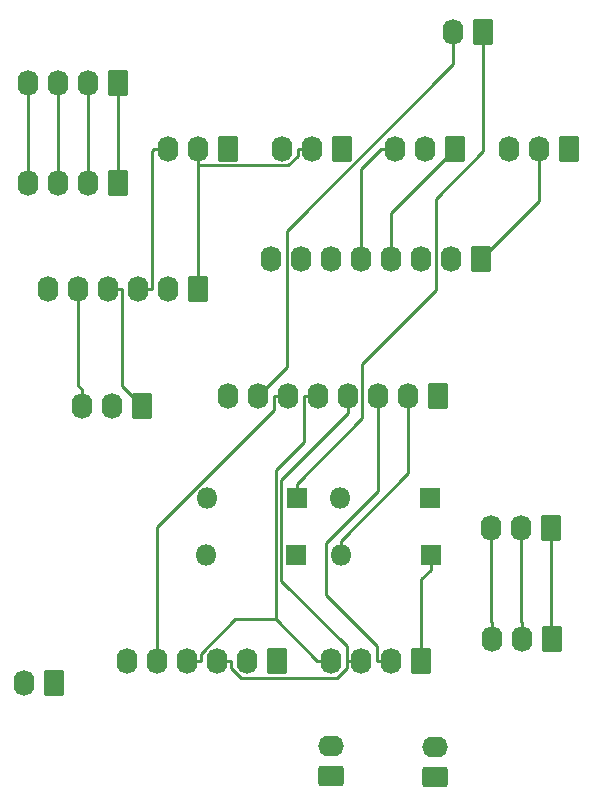
<source format=gbr>
%TF.GenerationSoftware,KiCad,Pcbnew,7.0.9*%
%TF.CreationDate,2023-11-26T06:02:27+10:00*%
%TF.ProjectId,INTERCOMM,494e5445-5243-44f4-9d4d-2e6b69636164,rev?*%
%TF.SameCoordinates,Original*%
%TF.FileFunction,Copper,L1,Top*%
%TF.FilePolarity,Positive*%
%FSLAX46Y46*%
G04 Gerber Fmt 4.6, Leading zero omitted, Abs format (unit mm)*
G04 Created by KiCad (PCBNEW 7.0.9) date 2023-11-26 06:02:27*
%MOMM*%
%LPD*%
G01*
G04 APERTURE LIST*
G04 Aperture macros list*
%AMRoundRect*
0 Rectangle with rounded corners*
0 $1 Rounding radius*
0 $2 $3 $4 $5 $6 $7 $8 $9 X,Y pos of 4 corners*
0 Add a 4 corners polygon primitive as box body*
4,1,4,$2,$3,$4,$5,$6,$7,$8,$9,$2,$3,0*
0 Add four circle primitives for the rounded corners*
1,1,$1+$1,$2,$3*
1,1,$1+$1,$4,$5*
1,1,$1+$1,$6,$7*
1,1,$1+$1,$8,$9*
0 Add four rect primitives between the rounded corners*
20,1,$1+$1,$2,$3,$4,$5,0*
20,1,$1+$1,$4,$5,$6,$7,0*
20,1,$1+$1,$6,$7,$8,$9,0*
20,1,$1+$1,$8,$9,$2,$3,0*%
G04 Aperture macros list end*
%TA.AperFunction,ComponentPad*%
%ADD10RoundRect,0.250000X0.620000X0.845000X-0.620000X0.845000X-0.620000X-0.845000X0.620000X-0.845000X0*%
%TD*%
%TA.AperFunction,ComponentPad*%
%ADD11O,1.740000X2.190000*%
%TD*%
%TA.AperFunction,ComponentPad*%
%ADD12RoundRect,0.250000X0.845000X-0.620000X0.845000X0.620000X-0.845000X0.620000X-0.845000X-0.620000X0*%
%TD*%
%TA.AperFunction,ComponentPad*%
%ADD13O,2.190000X1.740000*%
%TD*%
%TA.AperFunction,ComponentPad*%
%ADD14R,1.800000X1.800000*%
%TD*%
%TA.AperFunction,ComponentPad*%
%ADD15O,1.800000X1.800000*%
%TD*%
%TA.AperFunction,Conductor*%
%ADD16C,0.250000*%
%TD*%
G04 APERTURE END LIST*
D10*
%TO.P,SW7,1,1*%
%TO.N,Net-(D4-K)*%
X147810000Y-49600000D03*
D11*
%TO.P,SW7,2,2*%
%TO.N,/ROW4*%
X145270000Y-49600000D03*
%TD*%
D10*
%TO.P,RV1,1,1*%
%TO.N,/ANALOG_5V*%
X153660000Y-101020000D03*
D11*
%TO.P,RV1,2,2*%
%TO.N,/VHF_AM_VOL*%
X151120000Y-101020000D03*
%TO.P,RV1,3,3*%
%TO.N,/ANALOG_GND*%
X148580000Y-101020000D03*
%TD*%
D10*
%TO.P,J10,1,Pin_1*%
%TO.N,Net-(D2-K)*%
X142550000Y-102820000D03*
D11*
%TO.P,J10,2,Pin_2*%
%TO.N,/ROW0*%
X140010000Y-102820000D03*
%TO.P,J10,3,Pin_3*%
%TO.N,/ROW1*%
X137470000Y-102820000D03*
%TO.P,J10,4,Pin_4*%
%TO.N,/ROW2*%
X134930000Y-102820000D03*
%TD*%
D10*
%TO.P,J11,1,Pin_1*%
%TO.N,/ANALOG_5V*%
X153550000Y-91590000D03*
D11*
%TO.P,J11,2,Pin_2*%
%TO.N,/VHF_AM_VOL*%
X151010000Y-91590000D03*
%TO.P,J11,3,Pin_3*%
%TO.N,/ANALOG_GND*%
X148470000Y-91590000D03*
%TD*%
D12*
%TO.P,J5,1,Pin_1*%
%TO.N,Net-(J4-Pin_1)*%
X143710000Y-112640000D03*
D13*
%TO.P,J5,2,Pin_2*%
%TO.N,Net-(J4-Pin_2)*%
X143710000Y-110100000D03*
%TD*%
D14*
%TO.P,D4,1,K*%
%TO.N,Net-(D4-K)*%
X132000000Y-89070000D03*
D15*
%TO.P,D4,2,A*%
%TO.N,/COL4*%
X124380000Y-89070000D03*
%TD*%
D10*
%TO.P,SW8,1,1*%
%TO.N,/VHF__AM_PRESET_A*%
X118940000Y-81300000D03*
D11*
%TO.P,SW8,2,2*%
%TO.N,GND*%
X116400000Y-81300000D03*
%TO.P,SW8,3,3*%
%TO.N,/VHF__AM_PRESET_B*%
X113860000Y-81300000D03*
%TD*%
D10*
%TO.P,J9,1,Pin_1*%
%TO.N,Net-(D1-K)*%
X130320000Y-102830000D03*
D11*
%TO.P,J9,2,Pin_2*%
%TO.N,/ROW0*%
X127780000Y-102830000D03*
%TO.P,J9,3,Pin_3*%
%TO.N,/ROW1*%
X125240000Y-102830000D03*
%TO.P,J9,4,Pin_4*%
%TO.N,/ROW2*%
X122700000Y-102830000D03*
%TO.P,J9,5,Pin_5*%
%TO.N,/ROW3*%
X120160000Y-102830000D03*
%TO.P,J9,6,Pin_6*%
%TO.N,unconnected-(J9-Pin_6-Pad6)*%
X117620000Y-102830000D03*
%TD*%
D10*
%TO.P,J6,1,Pin_1*%
%TO.N,Net-(J3-Pin_1)*%
X116840000Y-53910000D03*
D11*
%TO.P,J6,2,Pin_2*%
%TO.N,Net-(J3-Pin_2)*%
X114300000Y-53910000D03*
%TO.P,J6,3,Pin_3*%
%TO.N,Net-(J3-Pin_3)*%
X111760000Y-53910000D03*
%TO.P,J6,4,Pin_4*%
%TO.N,Net-(J3-Pin_4)*%
X109220000Y-53910000D03*
%TD*%
D10*
%TO.P,J3,1,Pin_1*%
%TO.N,Net-(J3-Pin_1)*%
X116880000Y-62350000D03*
D11*
%TO.P,J3,2,Pin_2*%
%TO.N,Net-(J3-Pin_2)*%
X114340000Y-62350000D03*
%TO.P,J3,3,Pin_3*%
%TO.N,Net-(J3-Pin_3)*%
X111800000Y-62350000D03*
%TO.P,J3,4,Pin_4*%
%TO.N,Net-(J3-Pin_4)*%
X109260000Y-62350000D03*
%TD*%
D10*
%TO.P,J8,1,Pin_1*%
%TO.N,GND*%
X123620000Y-71360000D03*
D11*
%TO.P,J8,2,Pin_2*%
%TO.N,/VHF__AM_ENC_4_A*%
X121080000Y-71360000D03*
%TO.P,J8,3,Pin_3*%
%TO.N,/VHF__AM_ENC_4_B*%
X118540000Y-71360000D03*
%TO.P,J8,4,Pin_4*%
%TO.N,/VHF__AM_PRESET_A*%
X116000000Y-71360000D03*
%TO.P,J8,5,Pin_5*%
%TO.N,/VHF__AM_PRESET_B*%
X113460000Y-71360000D03*
%TO.P,J8,6,Pin_6*%
%TO.N,unconnected-(J8-Pin_6-Pad6)*%
X110920000Y-71360000D03*
%TD*%
D10*
%TO.P,SW3,1,1*%
%TO.N,/VHF__AM_ENC_1_A*%
X155030000Y-59490000D03*
D11*
%TO.P,SW3,2,2*%
%TO.N,GND*%
X152490000Y-59490000D03*
%TO.P,SW3,3,3*%
%TO.N,/VHF__AM_ENC_1_B*%
X149950000Y-59490000D03*
%TD*%
D14*
%TO.P,D2,1,K*%
%TO.N,Net-(D2-K)*%
X143350000Y-93890000D03*
D15*
%TO.P,D2,2,A*%
%TO.N,/COL5*%
X135730000Y-93890000D03*
%TD*%
D10*
%TO.P,J7,1,Pin_1*%
%TO.N,GND*%
X147590000Y-68790000D03*
D11*
%TO.P,J7,2,Pin_2*%
%TO.N,/VHF__AM_ENC_1_A*%
X145050000Y-68790000D03*
%TO.P,J7,3,Pin_3*%
%TO.N,/VHF__AM_ENC_1_B*%
X142510000Y-68790000D03*
%TO.P,J7,4,Pin_4*%
%TO.N,/VHF__AM_ENC_2_A*%
X139970000Y-68790000D03*
%TO.P,J7,5,Pin_5*%
%TO.N,/VHF__AM_ENC_2_B*%
X137430000Y-68790000D03*
%TO.P,J7,6,Pin_6*%
%TO.N,/VHF__AM_ENC_3_A*%
X134890000Y-68790000D03*
%TO.P,J7,7,Pin_7*%
%TO.N,/VHF__AM_ENC_3_B*%
X132350000Y-68790000D03*
%TO.P,J7,8,Pin_8*%
%TO.N,unconnected-(J7-Pin_8-Pad8)*%
X129810000Y-68790000D03*
%TD*%
D12*
%TO.P,J4,1,Pin_1*%
%TO.N,Net-(J4-Pin_1)*%
X134950000Y-112560000D03*
D13*
%TO.P,J4,2,Pin_2*%
%TO.N,Net-(J4-Pin_2)*%
X134950000Y-110020000D03*
%TD*%
D10*
%TO.P,SW1,1,1*%
%TO.N,/VHF__AM_ENC_4_A*%
X126220000Y-59470000D03*
D11*
%TO.P,SW1,2,2*%
%TO.N,GND*%
X123680000Y-59470000D03*
%TO.P,SW1,3,3*%
%TO.N,/VHF__AM_ENC_4_B*%
X121140000Y-59470000D03*
%TD*%
D14*
%TO.P,D1,1,K*%
%TO.N,Net-(D1-K)*%
X143270000Y-89070000D03*
D15*
%TO.P,D1,2,A*%
%TO.N,/COL4*%
X135650000Y-89070000D03*
%TD*%
D10*
%TO.P,SW2,1,1*%
%TO.N,/VHF__AM_ENC_2_A*%
X145426700Y-59470000D03*
D11*
%TO.P,SW2,2,2*%
%TO.N,GND*%
X142886700Y-59470000D03*
%TO.P,SW2,3,3*%
%TO.N,/VHF__AM_ENC_2_B*%
X140346700Y-59470000D03*
%TD*%
D10*
%TO.P,J12,1,Pin_1*%
%TO.N,/COL4*%
X143960000Y-80440000D03*
D11*
%TO.P,J12,2,Pin_2*%
%TO.N,/COL5*%
X141420000Y-80440000D03*
%TO.P,J12,3,Pin_3*%
%TO.N,/ROW0*%
X138880000Y-80440000D03*
%TO.P,J12,4,Pin_4*%
%TO.N,/ROW1*%
X136340000Y-80440000D03*
%TO.P,J12,5,Pin_5*%
%TO.N,/ROW2*%
X133800000Y-80440000D03*
%TO.P,J12,6,Pin_6*%
%TO.N,/ROW3*%
X131260000Y-80440000D03*
%TO.P,J12,7,Pin_7*%
%TO.N,/ROW4*%
X128720000Y-80440000D03*
%TO.P,J12,8,Pin_8*%
%TO.N,unconnected-(J12-Pin_8-Pad8)*%
X126180000Y-80440000D03*
%TD*%
D14*
%TO.P,D3,1,K*%
%TO.N,Net-(D3-K)*%
X131930000Y-93890000D03*
D15*
%TO.P,D3,2,A*%
%TO.N,/COL5*%
X124310000Y-93890000D03*
%TD*%
D10*
%TO.P,SW4,1,1*%
%TO.N,/VHF__AM_ENC_3_A*%
X135823300Y-59470000D03*
D11*
%TO.P,SW4,2,2*%
%TO.N,GND*%
X133283300Y-59470000D03*
%TO.P,SW4,3,3*%
%TO.N,/VHF__AM_ENC_3_B*%
X130743300Y-59470000D03*
%TD*%
D10*
%TO.P,SW6,1,1*%
%TO.N,Net-(D3-K)*%
X111490000Y-104750000D03*
D11*
%TO.P,SW6,2,2*%
%TO.N,/ROW3*%
X108950000Y-104750000D03*
%TD*%
D16*
%TO.N,/COL5*%
X135730000Y-93890000D02*
X135730000Y-92664700D01*
X141420000Y-86974700D02*
X141420000Y-80440000D01*
X135730000Y-92664700D02*
X141420000Y-86974700D01*
%TO.N,Net-(D2-K)*%
X143350000Y-95115300D02*
X142550000Y-95915300D01*
X142550000Y-95915300D02*
X142550000Y-102820000D01*
X143350000Y-93890000D02*
X143350000Y-95115300D01*
%TO.N,Net-(D4-K)*%
X137535400Y-82309300D02*
X137535400Y-77687500D01*
X137535400Y-77687500D02*
X143780000Y-71442900D01*
X132000000Y-89070000D02*
X132000000Y-87844700D01*
X143780000Y-63744400D02*
X147810000Y-59714400D01*
X132000000Y-87844700D02*
X137535400Y-82309300D01*
X147810000Y-59714400D02*
X147810000Y-49600000D01*
X143780000Y-71442900D02*
X143780000Y-63744400D01*
%TO.N,Net-(J3-Pin_1)*%
X116880000Y-62350000D02*
X116840000Y-62310000D01*
X116840000Y-62310000D02*
X116840000Y-53910000D01*
%TO.N,Net-(J3-Pin_2)*%
X114340000Y-62350000D02*
X114340000Y-60929700D01*
X114340000Y-60929700D02*
X114300000Y-60889700D01*
X114300000Y-60889700D02*
X114300000Y-53910000D01*
%TO.N,Net-(J3-Pin_3)*%
X111800000Y-62350000D02*
X111800000Y-60929700D01*
X111760000Y-60889700D02*
X111760000Y-53910000D01*
X111800000Y-60929700D02*
X111760000Y-60889700D01*
%TO.N,Net-(J3-Pin_4)*%
X109260000Y-60929700D02*
X109220000Y-60889700D01*
X109220000Y-60889700D02*
X109220000Y-53910000D01*
X109260000Y-62350000D02*
X109260000Y-60929700D01*
%TO.N,/ANALOG_5V*%
X153660000Y-101020000D02*
X153550000Y-100910000D01*
X153550000Y-100910000D02*
X153550000Y-91590000D01*
%TO.N,/ANALOG_GND*%
X148580000Y-99599700D02*
X148470000Y-99489700D01*
X148580000Y-101020000D02*
X148580000Y-99599700D01*
X148470000Y-99489700D02*
X148470000Y-91590000D01*
%TO.N,/ROW0*%
X140010000Y-102820000D02*
X138814700Y-102820000D01*
X138880000Y-88450700D02*
X138880000Y-80440000D01*
X138814700Y-101624700D02*
X134463300Y-97273300D01*
X138814700Y-102820000D02*
X138814700Y-101624700D01*
X134463300Y-97273300D02*
X134463300Y-92867400D01*
X134463300Y-92867400D02*
X138880000Y-88450700D01*
%TO.N,/ROW1*%
X136340000Y-81860300D02*
X130704700Y-87495600D01*
X130704700Y-96054700D02*
X136274700Y-101624700D01*
X126435300Y-102830000D02*
X126435300Y-103427700D01*
X137470000Y-102820000D02*
X136274700Y-102820000D01*
X126435300Y-103427700D02*
X127289200Y-104281600D01*
X127289200Y-104281600D02*
X135445200Y-104281600D01*
X125240000Y-102830000D02*
X126435300Y-102830000D01*
X135445200Y-104281600D02*
X136274700Y-103452100D01*
X136340000Y-80440000D02*
X136340000Y-81860300D01*
X136274700Y-103452100D02*
X136274700Y-102820000D01*
X136274700Y-101624700D02*
X136274700Y-102820000D01*
X130704700Y-87495600D02*
X130704700Y-96054700D01*
%TO.N,/ROW2*%
X132604700Y-84343700D02*
X132604700Y-80440000D01*
X130254300Y-99339600D02*
X130254300Y-86694100D01*
X126788000Y-99339600D02*
X130254300Y-99339600D01*
X133734700Y-102820000D02*
X130254300Y-99339600D01*
X133800000Y-80440000D02*
X132604700Y-80440000D01*
X122700000Y-102830000D02*
X123895300Y-102830000D01*
X123895300Y-102830000D02*
X123895300Y-102232300D01*
X123895300Y-102232300D02*
X126788000Y-99339600D01*
X134930000Y-102820000D02*
X133734700Y-102820000D01*
X130254300Y-86694100D02*
X132604700Y-84343700D01*
%TO.N,/ROW3*%
X131260000Y-80440000D02*
X130064700Y-80440000D01*
X120160000Y-102830000D02*
X120160000Y-91540000D01*
X120160000Y-91540000D02*
X130064700Y-81635300D01*
X130064700Y-81635300D02*
X130064700Y-80440000D01*
%TO.N,/ROW4*%
X145270000Y-49600000D02*
X145270000Y-52307200D01*
X131154600Y-78005400D02*
X128720000Y-80440000D01*
X131154600Y-66422600D02*
X131154600Y-78005400D01*
X145270000Y-52307200D02*
X131154600Y-66422600D01*
%TO.N,GND*%
X123680000Y-59470000D02*
X123680000Y-60895400D01*
X123680000Y-60895400D02*
X123680000Y-71300000D01*
X123680000Y-60895400D02*
X131260200Y-60895400D01*
X133283300Y-59470000D02*
X132088000Y-59470000D01*
X147590000Y-68790000D02*
X152490000Y-63890000D01*
X123680000Y-71300000D02*
X123620000Y-71360000D01*
X131260200Y-60895400D02*
X132088000Y-60067600D01*
X152490000Y-63890000D02*
X152490000Y-59490000D01*
X132088000Y-60067600D02*
X132088000Y-59470000D01*
%TO.N,/VHF__AM_ENC_4_B*%
X118540000Y-71360000D02*
X119735300Y-71360000D01*
X119735300Y-59679400D02*
X119735300Y-71360000D01*
X119944700Y-59470000D02*
X119735300Y-59679400D01*
X121140000Y-59470000D02*
X119944700Y-59470000D01*
%TO.N,/VHF__AM_PRESET_A*%
X116000000Y-71360000D02*
X117195300Y-71360000D01*
X117195300Y-79555300D02*
X118940000Y-81300000D01*
X117195300Y-71360000D02*
X117195300Y-79555300D01*
%TO.N,/VHF__AM_PRESET_B*%
X113460000Y-79479700D02*
X113860000Y-79879700D01*
X113460000Y-71360000D02*
X113460000Y-79479700D01*
X113860000Y-81300000D02*
X113860000Y-79879700D01*
%TO.N,/VHF__AM_ENC_2_A*%
X139970000Y-68790000D02*
X139970000Y-64926700D01*
X139970000Y-64926700D02*
X145426700Y-59470000D01*
%TO.N,/VHF__AM_ENC_2_B*%
X137430000Y-61191400D02*
X139151400Y-59470000D01*
X137430000Y-68790000D02*
X137430000Y-61191400D01*
X140346700Y-59470000D02*
X139151400Y-59470000D01*
%TO.N,/VHF_AM_VOL*%
X151010000Y-99489700D02*
X151010000Y-91590000D01*
X151120000Y-101020000D02*
X151120000Y-99599700D01*
X151120000Y-99599700D02*
X151010000Y-99489700D01*
%TD*%
M02*

</source>
